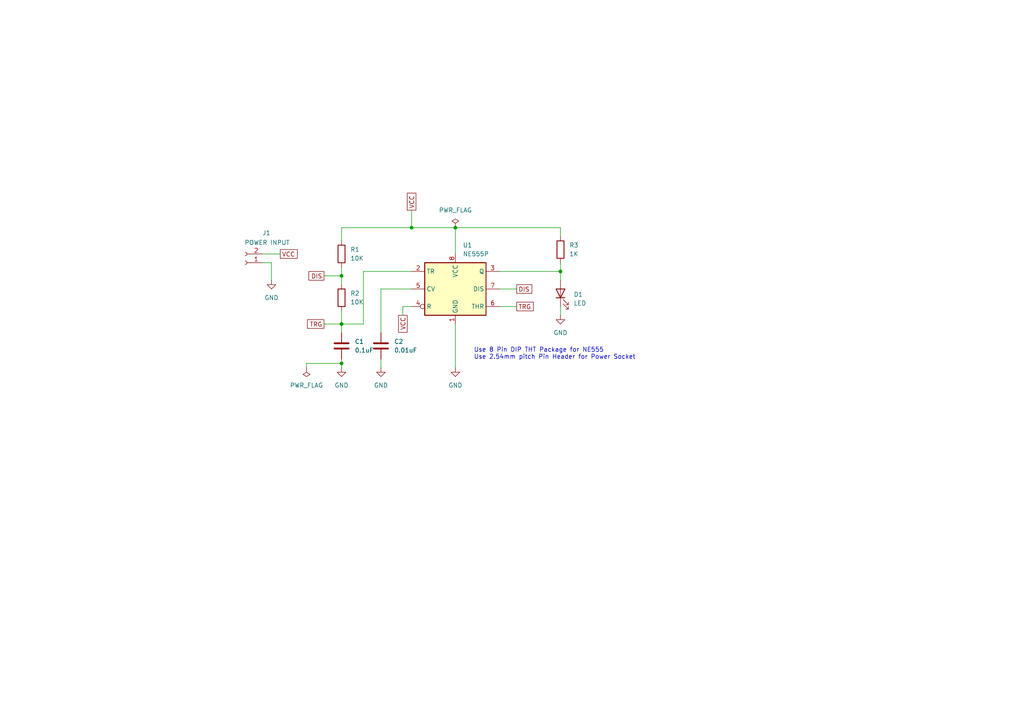
<source format=kicad_sch>
(kicad_sch (version 20250114) (generator "eeschema") (generator_version "9.0")
  (paper "A4")
  (title_block (title "555 Astable Multivibrator") (date "2025-07-27") (rev "v1.0"))
  (lib_symbols
    (symbol "Connector:Conn_01x02_Socket" (pin_names (offset 1.016) (hide yes))
      (property "Reference" "J" (at 0 2.54 0))
      (property "Value" "Conn_01x02_Socket" (at 0 -5.08 0))
      (symbol "Conn_01x02_Socket_1_1"
        (polyline (pts (xy -1.27 0) (xy -0.508 0)) (stroke (width 0.1524)))
        (polyline (pts (xy -1.27 -2.54) (xy -0.508 -2.54)) (stroke (width 0.1524)))
        (arc (start 0 -0.508) (mid -0.5058 0) (end 0 0.508) (stroke (width 0.1524)))
        (arc (start 0 -3.048) (mid -0.5058 -2.54) (end 0 -2.032) (stroke (width 0.1524)))
        (pin passive line (at -5.08 0 0) (length 3.81) (name "Pin_1") (number "1"))
        (pin passive line (at -5.08 -2.54 0) (length 3.81) (name "Pin_2") (number "2"))
      )
    )
    (symbol "Device:C" (pin_numbers (hide yes)) (pin_names (offset 0.254))
      (property "Reference" "C" (at 0.635 2.54 0))
      (property "Value" "C" (at 0.635 -2.54 0))
      (symbol "C_0_1"
        (polyline (pts (xy -2.032 0.762) (xy 2.032 0.762)) (stroke (width 0.508)))
        (polyline (pts (xy -2.032 -0.762) (xy 2.032 -0.762)) (stroke (width 0.508)))
      )
      (symbol "C_1_1"
        (pin passive line (at 0 3.81 270) (length 2.794) (name "~") (number "1"))
        (pin passive line (at 0 -3.81 90) (length 2.794) (name "~") (number "2"))
      )
    )
    (symbol "Device:LED" (pin_numbers (hide yes)) (pin_names (offset 1.016) (hide yes))
      (property "Reference" "D" (at 0 2.54 0))
      (property "Value" "LED" (at 0 -2.54 0))
      (symbol "LED_0_1"
        (polyline (pts (xy -3.048 -0.762) (xy -4.572 -2.286) (xy -3.81 -2.286) (xy -4.572 -2.286) (xy -4.572 -1.524)))
        (polyline (pts (xy -1.778 -0.762) (xy -3.302 -2.286) (xy -2.54 -2.286) (xy -3.302 -2.286) (xy -3.302 -1.524)))
        (polyline (pts (xy -1.27 0) (xy 1.27 0)))
        (polyline (pts (xy -1.27 -1.27) (xy -1.27 1.27)) (stroke (width 0.254)))
        (polyline (pts (xy 1.27 -1.27) (xy 1.27 1.27) (xy -1.27 0) (xy 1.27 -1.27)) (stroke (width 0.254)))
      )
      (symbol "LED_1_1"
        (pin passive line (at -3.81 0 0) (length 2.54) (name "K") (number "1"))
        (pin passive line (at 3.81 0 180) (length 2.54) (name "A") (number "2"))
      )
    )
    (symbol "Device:R" (pin_numbers (hide yes)) (pin_names (offset 0))
      (property "Reference" "R" (at 2.032 0 90))
      (property "Value" "R" (at 0 0 90))
      (symbol "R_0_1"
        (rectangle (start -1.016 -2.54) (end 1.016 2.54) (stroke (width 0.254)))
      )
      (symbol "R_1_1"
        (pin passive line (at 0 3.81 270) (length 1.27) (name "~") (number "1"))
        (pin passive line (at 0 -3.81 90) (length 1.27) (name "~") (number "2"))
      )
    )
    (symbol "Timer:NE555P"
      (property "Reference" "U" (at -10.16 8.89 0))
      (property "Value" "NE555P" (at 2.54 8.89 0))
      (symbol "NE555P_0_0"
        (pin power_in line (at 0 10.16 270) (length 2.54) (name "VCC") (number "8"))
        (pin power_in line (at 0 -10.16 90) (length 2.54) (name "GND") (number "1"))
      )
      (symbol "NE555P_0_1"
        (rectangle (start -8.89 -7.62) (end 8.89 7.62) (stroke (width 0.254)) (fill (type background)))
        (rectangle (start -8.89 -7.62) (end 8.89 7.62) (stroke (width 0.254)) (fill (type background)))
      )
      (symbol "NE555P_1_1"
        (pin input line (at -12.7 5.08 0) (length 3.81) (name "TR") (number "2"))
        (pin input line (at -12.7 0 0) (length 3.81) (name "CV") (number "5"))
        (pin input inverted (at -12.7 -5.08 0) (length 3.81) (name "R") (number "4"))
        (pin output line (at 12.7 5.08 180) (length 3.81) (name "Q") (number "3"))
        (pin input line (at 12.7 0 180) (length 3.81) (name "DIS") (number "7"))
        (pin input line (at 12.7 -5.08 180) (length 3.81) (name "THR") (number "6"))
      )
    )
    (symbol "power:GND" (power) (pin_numbers (hide yes)) (pin_names (offset 0) (hide yes))
      (property "Value" "GND" (at 0 -3.81 0))
      (symbol "GND_0_1"
        (polyline (pts (xy 0 0) (xy 0 -1.27) (xy 1.27 -1.27) (xy 0 -2.54) (xy -1.27 -1.27) (xy 0 -1.27)))
      )
      (symbol "GND_1_1"
        (pin power_in line (at 0 0 270) (length 0) (name "~") (number "1"))
      )
    )
    (symbol "power:PWR_FLAG" (power) (pin_numbers (hide yes)) (pin_names (offset 0) (hide yes))
      (property "Value" "PWR_FLAG" (at 0 3.81 0))
      (symbol "PWR_FLAG_0_0"
        (pin power_out line (at 0 0 90) (length 0) (name "~") (number "1"))
      )
      (symbol "PWR_FLAG_0_1"
        (polyline (pts (xy 0 0) (xy 0 1.27) (xy -1.016 1.905) (xy 0 2.54) (xy 1.016 1.905) (xy 0 1.27)))
      )
    )
  )
  (text "Use 8 Pin DIP THT Package for NE555\nUse 2.54mm pitch Pin Header for Power Socket" (at 137.414 102.616 0) (effects (font (size 1.27 1.27)) (justify left)))
  (junction (at 99.06 93.98))
  (junction (at 132.08 66.04))
  (junction (at 119.38 66.04))
  (junction (at 99.06 80.01))
  (junction (at 162.56 78.74))
  (junction (at 99.06 105.41))
  (wire (pts (xy 99.06 90.17) (xy 99.06 93.98)))
  (wire (pts (xy 99.06 104.14) (xy 99.06 105.41)))
  (wire (pts (xy 132.08 66.04) (xy 132.08 73.66)))
  (wire (pts (xy 116.84 88.9) (xy 116.84 91.44)))
  (wire (pts (xy 144.78 78.74) (xy 162.56 78.74)))
  (wire (pts (xy 116.84 88.9) (xy 119.38 88.9)))
  (wire (pts (xy 93.98 80.01) (xy 99.06 80.01)))
  (wire (pts (xy 99.06 80.01) (xy 99.06 82.55)))
  (wire (pts (xy 119.38 78.74) (xy 105.41 78.74)))
  (wire (pts (xy 119.38 66.04) (xy 132.08 66.04)))
  (wire (pts (xy 162.56 66.04) (xy 132.08 66.04)))
  (wire (pts (xy 76.2 73.66) (xy 81.28 73.66)))
  (wire (pts (xy 99.06 93.98) (xy 105.41 93.98)))
  (wire (pts (xy 162.56 88.9) (xy 162.56 91.44)))
  (wire (pts (xy 162.56 78.74) (xy 162.56 76.2)))
  (wire (pts (xy 105.41 78.74) (xy 105.41 93.98)))
  (wire (pts (xy 99.06 105.41) (xy 88.9 105.41)))
  (wire (pts (xy 78.74 76.2) (xy 76.2 76.2)))
  (wire (pts (xy 110.49 104.14) (xy 110.49 106.68)))
  (wire (pts (xy 99.06 96.52) (xy 99.06 93.98)))
  (wire (pts (xy 99.06 66.04) (xy 119.38 66.04)))
  (wire (pts (xy 132.08 93.98) (xy 132.08 106.68)))
  (wire (pts (xy 110.49 83.82) (xy 110.49 96.52)))
  (wire (pts (xy 99.06 105.41) (xy 99.06 106.68)))
  (wire (pts (xy 99.06 69.85) (xy 99.06 66.04)))
  (wire (pts (xy 99.06 77.47) (xy 99.06 80.01)))
  (wire (pts (xy 93.98 93.98) (xy 99.06 93.98)))
  (wire (pts (xy 144.78 83.82) (xy 149.86 83.82)))
  (wire (pts (xy 162.56 81.28) (xy 162.56 78.74)))
  (wire (pts (xy 119.38 83.82) (xy 110.49 83.82)))
  (wire (pts (xy 88.9 105.41) (xy 88.9 106.68)))
  (wire (pts (xy 78.74 81.28) (xy 78.74 76.2)))
  (wire (pts (xy 162.56 68.58) (xy 162.56 66.04)))
  (wire (pts (xy 119.38 60.96) (xy 119.38 66.04)))
  (wire (pts (xy 149.86 88.9) (xy 144.78 88.9)))
  (global_label "VCC" (shape passive) (at 116.84 91.44 270) (property "Intersheetrefs" "${INTERSHEET_REFS}" (effects (hide yes))))
  (global_label "VCC" (shape passive) (at 81.28 73.66 0) (property "Intersheetrefs" "${INTERSHEET_REFS}" (effects (hide yes))))
  (global_label "TRG" (shape passive) (at 93.98 93.98 180) (property "Intersheetrefs" "${INTERSHEET_REFS}" (effects (hide yes))))
  (global_label "DIS" (shape passive) (at 149.86 83.82 0) (property "Intersheetrefs" "${INTERSHEET_REFS}" (effects (hide yes))))
  (global_label "VCC" (shape passive) (at 119.38 60.96 90) (property "Intersheetrefs" "${INTERSHEET_REFS}" (effects (hide yes))))
  (global_label "TRG" (shape passive) (at 149.86 88.9 0) (property "Intersheetrefs" "${INTERSHEET_REFS}" (effects (hide yes))))
  (global_label "DIS" (shape passive) (at 93.98 80.01 180) (property "Intersheetrefs" "${INTERSHEET_REFS}" (effects (hide yes))))
  (symbol (lib_id "power:GND") (at 132.08 106.68 0) (unit 1)
    (property "Reference" "#PWR03" (effects (hide yes)))
    (property "Value" "GND" (at 132.08 111.76 0))
    (property "Description" "Power symbol creates a global label with name \"GND\" , ground" (effects (hide yes)))
  )
  (symbol (lib_id "Device:R") (at 99.06 86.36 0) (unit 1)
    (property "Reference" "R2" (at 101.6 85.0899 0) (effects (justify left)))
    (property "Value" "10K" (at 101.6 87.6299 0) (effects (justify left)))
    (property "Description" "Resistor" (effects (hide yes)))
  )
  (symbol (lib_id "power:GND") (at 78.74 81.28 0) (unit 1)
    (property "Reference" "#PWR04" (effects (hide yes)))
    (property "Value" "GND" (at 78.74 86.36 0))
    (property "Description" "Power symbol creates a global label with name \"GND\" , ground" (effects (hide yes)))
  )
  (symbol (lib_id "Device:R") (at 99.06 73.66 0) (unit 1)
    (property "Reference" "R1" (at 101.6 72.3899 0) (effects (justify left)))
    (property "Value" "10K" (at 101.6 74.9299 0) (effects (justify left)))
    (property "Description" "Resistor" (effects (hide yes)))
  )
  (symbol (lib_id "power:GND") (at 162.56 91.44 0) (unit 1)
    (property "Reference" "#PWR05" (effects (hide yes)))
    (property "Value" "GND" (at 162.56 96.52 0))
    (property "Description" "Power symbol creates a global label with name \"GND\" , ground" (effects (hide yes)))
  )
  (symbol (lib_id "power:PWR_FLAG") (at 132.08 66.04 0) (unit 1)
    (property "Reference" "#FLG01" (effects (hide yes)))
    (property "Value" "PWR_FLAG" (at 132.08 60.96 0))
    (property "Description" "Special symbol for telling ERC where power comes from" (effects (hide yes)))
  )
  (symbol (lib_id "power:PWR_FLAG") (at 88.9 106.68 180) (unit 1)
    (property "Reference" "#FLG02" (effects (hide yes)))
    (property "Value" "PWR_FLAG" (at 88.9 111.76 0))
    (property "Description" "Special symbol for telling ERC where power comes from" (effects (hide yes)))
  )
  (symbol (lib_id "Device:LED") (at 162.56 85.09 90) (unit 1)
    (property "Reference" "D1" (at 166.37 85.4074 90) (effects (justify right)))
    (property "Value" "LED" (at 166.37 87.9474 90) (effects (justify right)))
    (property "Description" "Light emitting diode" (effects (hide yes)))
    (property "Sim.Pins" "1=K 2=A" (effects (hide yes)))
  )
  (symbol (lib_id "Device:R") (at 162.56 72.39 0) (unit 1)
    (property "Reference" "R3" (at 165.1 71.1199 0) (effects (justify left)))
    (property "Value" "1K" (at 165.1 73.6599 0) (effects (justify left)))
    (property "Description" "Resistor" (effects (hide yes)))
  )
  (symbol (lib_id "power:GND") (at 99.06 106.68 0) (unit 1)
    (property "Reference" "#PWR01" (effects (hide yes)))
    (property "Value" "GND" (at 99.06 111.76 0))
    (property "Description" "Power symbol creates a global label with name \"GND\" , ground" (effects (hide yes)))
  )
  (symbol (lib_id "Device:C") (at 110.49 100.33 0) (unit 1)
    (property "Reference" "C2" (at 114.3 99.0599 0) (effects (justify left)))
    (property "Value" "0.01uF" (at 114.3 101.5999 0) (effects (justify left)))
    (property "Description" "Unpolarized capacitor" (effects (hide yes)))
  )
  (symbol (lib_id "Connector:Conn_01x02_Socket") (at 71.12 76.2 180) (unit 1)
    (property "Reference" "J1" (at 78.486 67.564 0) (effects (justify left)))
    (property "Value" "POWER INPUT" (at 84.074 70.358 0) (effects (justify left)))
    (property "Description" "Generic connector, single row, 01x02, script generated" (effects (hide yes)))
  )
  (symbol (lib_id "Timer:NE555P") (at 132.08 83.82 0) (unit 1)
    (property "Reference" "U1" (at 134.2233 71.12 0) (effects (justify left)))
    (property "Value" "NE555P" (at 134.2233 73.66 0) (effects (justify left)))
    (property "Footprint" "Package_DIP:DIP-8_W7.62mm" (effects (hide yes)))
    (property "Datasheet" "http://www.ti.com/lit/ds/symlink/ne555.pdf" (effects (hide yes)))
    (property "Description" "Precision Timers, 555 compatible,  PDIP-8" (effects (hide yes)))
  )
  (symbol (lib_id "power:GND") (at 110.49 106.68 0) (unit 1)
    (property "Reference" "#PWR02" (effects (hide yes)))
    (property "Value" "GND" (at 110.49 111.76 0))
    (property "Description" "Power symbol creates a global label with name \"GND\" , ground" (effects (hide yes)))
  )
  (symbol (lib_id "Device:C") (at 99.06 100.33 0) (unit 1)
    (property "Reference" "C1" (at 102.87 99.0599 0) (effects (justify left)))
    (property "Value" "0.1uF" (at 102.87 101.5999 0) (effects (justify left)))
    (property "Description" "Unpolarized capacitor" (effects (hide yes)))
  )
)
</source>
